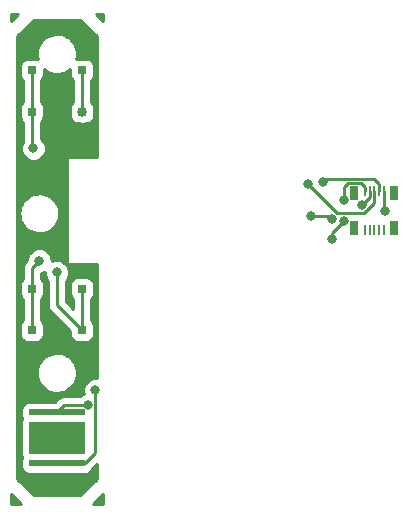
<source format=gbr>
%TF.GenerationSoftware,KiCad,Pcbnew,(5.99.0-2309-gaf729d578)*%
%TF.CreationDate,2020-09-01T21:34:40-04:00*%
%TF.ProjectId,flex,666c6578-2e6b-4696-9361-645f70636258,rev?*%
%TF.SameCoordinates,Original*%
%TF.FileFunction,Copper,L2,Bot*%
%TF.FilePolarity,Positive*%
%FSLAX46Y46*%
G04 Gerber Fmt 4.6, Leading zero omitted, Abs format (unit mm)*
G04 Created by KiCad (PCBNEW (5.99.0-2309-gaf729d578)) date 2020-09-01 21:34:40*
%MOMM*%
%LPD*%
G01*
G04 APERTURE LIST*
%TA.AperFunction,SMDPad,CuDef*%
%ADD10R,0.750000X0.700000*%
%TD*%
%TA.AperFunction,SMDPad,CuDef*%
%ADD11R,0.700000X1.200000*%
%TD*%
%TA.AperFunction,SMDPad,CuDef*%
%ADD12R,0.230000X0.920000*%
%TD*%
%TA.AperFunction,SMDPad,CuDef*%
%ADD13R,4.780000X2.780000*%
%TD*%
%TA.AperFunction,SMDPad,CuDef*%
%ADD14R,4.780000X0.500000*%
%TD*%
%TA.AperFunction,ViaPad*%
%ADD15C,0.800000*%
%TD*%
%TA.AperFunction,Conductor*%
%ADD16C,0.250000*%
%TD*%
%TA.AperFunction,NonConductor*%
%ADD17C,0.254000*%
%TD*%
G04 APERTURE END LIST*
D10*
%TO.P,SW2,2,2*%
%TO.N,GND*%
X252625000Y-38150000D03*
%TO.P,SW2,1,1*%
%TO.N,BUTTON4*%
X256875000Y-38150000D03*
%TO.P,SW2,2,2*%
%TO.N,GND*%
X252625000Y-34650000D03*
%TO.P,SW2,1,1*%
%TO.N,BUTTON4*%
X256875000Y-34650000D03*
%TD*%
%TO.P,SW1,2,2*%
%TO.N,GND*%
X252625000Y-19650000D03*
%TO.P,SW1,1,1*%
%TO.N,BUTTON2*%
X256875000Y-19650000D03*
%TO.P,SW1,2,2*%
%TO.N,GND*%
X252625000Y-16150000D03*
%TO.P,SW1,1,1*%
%TO.N,BUTTON2*%
X256875000Y-16150000D03*
%TD*%
D11*
%TO.P,P1,P2*%
%TO.N,N/C*%
X283320000Y-29511316D03*
%TO.P,P1,P4*%
X283320000Y-26511316D03*
%TO.P,P1,P3*%
X279920000Y-26511316D03*
%TO.P,P1,P1*%
X279920000Y-29511316D03*
D12*
%TO.P,P1,9,9*%
%TO.N,GND*%
X282420000Y-26371316D03*
%TO.P,P1,1,1*%
%TO.N,VIN*%
X280820000Y-26371316D03*
%TO.P,P1,7,7*%
%TO.N,BUTTON4*%
X282020000Y-26371316D03*
%TO.P,P1,3,3*%
%TO.N,FLASHLIGHT*%
X281220000Y-26371316D03*
%TO.P,P1,5,5*%
%TO.N,BUTTON2*%
X281620000Y-26371316D03*
%TO.P,P1,10,10*%
%TO.N,N/C*%
X282420000Y-29651316D03*
%TO.P,P1,2,2*%
X280820000Y-29651316D03*
%TO.P,P1,8,8*%
X282020000Y-29651316D03*
%TO.P,P1,4,4*%
X281220000Y-29651316D03*
%TO.P,P1,6,6*%
X281620000Y-29651316D03*
%TD*%
D13*
%TO.P,D1,*%
%TO.N,*%
X254750000Y-47250000D03*
D14*
%TO.P,D1,2,A*%
%TO.N,Net-(D1-Pad2)*%
X254750000Y-49390000D03*
%TO.P,D1,1,K*%
%TO.N,Net-(D1-Pad1)*%
X254750000Y-45110000D03*
%TD*%
D15*
%TO.N,GND*%
X252750000Y-22750000D03*
X253250000Y-32250000D03*
X276250000Y-28500000D03*
X278000000Y-28750000D03*
%TO.N,BUTTON2*%
X256875000Y-19650000D03*
%TO.N,GND*%
X282559026Y-28029513D03*
%TO.N,BUTTON2*%
X276000000Y-25750000D03*
%TO.N,FLASHLIGHT*%
X280596043Y-27520059D03*
%TO.N,BUTTON4*%
X277250000Y-25561316D03*
X254750000Y-33250000D03*
%TO.N,Net-(D1-Pad2)*%
X258000000Y-43250000D03*
X278000000Y-30461316D03*
%TO.N,Net-(D1-Pad1)*%
X257374990Y-44500000D03*
%TO.N,Net-(D1-Pad2)*%
X279070883Y-28881607D03*
%TO.N,VIN*%
X279070883Y-27141025D03*
%TD*%
D16*
%TO.N,GND*%
X252625000Y-19650000D02*
X252625000Y-22625000D01*
X252625000Y-22625000D02*
X252750000Y-22750000D01*
X252625000Y-34650000D02*
X252625000Y-32875000D01*
X252625000Y-32875000D02*
X253250000Y-32250000D01*
X276250000Y-28500000D02*
X277750000Y-28500000D01*
X277750000Y-28500000D02*
X278000000Y-28750000D01*
X252625000Y-38150000D02*
X252625000Y-34650000D01*
X252625000Y-16150000D02*
X252625000Y-19650000D01*
%TO.N,BUTTON2*%
X256875000Y-19650000D02*
X256875000Y-16150000D01*
X278500000Y-28250000D02*
X276000000Y-25750000D01*
%TO.N,GND*%
X282420000Y-26371316D02*
X282420000Y-27890487D01*
%TO.N,BUTTON2*%
X281620000Y-26371316D02*
X281620000Y-27380000D01*
X281620000Y-27380000D02*
X280750000Y-28250000D01*
X280750000Y-28250000D02*
X278500000Y-28250000D01*
%TO.N,GND*%
X282420000Y-27890487D02*
X282559026Y-28029513D01*
%TO.N,FLASHLIGHT*%
X281220000Y-26371316D02*
X281220000Y-26896102D01*
X281220000Y-26896102D02*
X280596043Y-27520059D01*
%TO.N,BUTTON4*%
X256875000Y-38150000D02*
X256875000Y-34650000D01*
X282020000Y-25791314D02*
X281564989Y-25336304D01*
X281564989Y-25336304D02*
X277475012Y-25336304D01*
X277475012Y-25336304D02*
X277250000Y-25561316D01*
X282020000Y-26371316D02*
X282020000Y-25791314D01*
X254750000Y-33250000D02*
X254750000Y-36025000D01*
X254750000Y-36025000D02*
X256875000Y-38150000D01*
%TO.N,Net-(D1-Pad2)*%
X278000000Y-29952490D02*
X279070883Y-28881607D01*
X258000000Y-48530000D02*
X258000000Y-43250000D01*
%TO.N,Net-(D1-Pad1)*%
X255360000Y-44500000D02*
X257374990Y-44500000D01*
%TO.N,Net-(D1-Pad2)*%
X254750000Y-49390000D02*
X257140000Y-49390000D01*
X257140000Y-49390000D02*
X258000000Y-48530000D01*
%TO.N,Net-(D1-Pad1)*%
X254750000Y-45110000D02*
X255360000Y-44500000D01*
%TO.N,Net-(D1-Pad2)*%
X278000000Y-30461316D02*
X278000000Y-29952490D01*
%TO.N,VIN*%
X280820000Y-26371316D02*
X280820000Y-26320000D01*
X280820000Y-26320000D02*
X280820000Y-26056314D01*
X280820000Y-26056314D02*
X280450001Y-25686315D01*
X280450001Y-25686315D02*
X279389999Y-25686315D01*
X279389999Y-25686315D02*
X279070883Y-26005431D01*
X279070883Y-26005431D02*
X279070883Y-27141025D01*
%TD*%
D17*
X258624000Y-11984987D02*
X258018926Y-11376000D01*
X258624000Y-11376000D01*
X258624000Y-11984987D01*
%TA.AperFunction,NonConductor*%
G36*
X258624000Y-11984987D02*
G01*
X258018926Y-11376000D01*
X258624000Y-11376000D01*
X258624000Y-11984987D01*
G37*
%TD.AperFunction*%
X250876000Y-11984988D02*
X250876000Y-11376000D01*
X251481074Y-11376000D01*
X250876000Y-11984988D01*
%TA.AperFunction,NonConductor*%
G36*
X250876000Y-11984988D02*
G01*
X250876000Y-11376000D01*
X251481074Y-11376000D01*
X250876000Y-11984988D01*
G37*
%TD.AperFunction*%
X258116001Y-13272732D02*
X258116000Y-23453018D01*
X255697021Y-23474465D01*
X255624000Y-23548136D01*
X255624000Y-32463503D01*
X255697809Y-32537312D01*
X258116001Y-32537312D01*
X258116000Y-42214000D01*
X257871938Y-42214000D01*
X257855562Y-42216156D01*
X257608165Y-42282446D01*
X257592905Y-42288767D01*
X257371095Y-42416829D01*
X257357991Y-42426884D01*
X257176884Y-42607991D01*
X257166829Y-42621095D01*
X257038767Y-42842905D01*
X257032446Y-42858165D01*
X256966156Y-43105562D01*
X256964000Y-43121938D01*
X256964000Y-43378062D01*
X256966156Y-43394438D01*
X257001797Y-43527451D01*
X256983155Y-43532446D01*
X256967895Y-43538767D01*
X256746085Y-43666829D01*
X256732981Y-43676884D01*
X256670866Y-43739000D01*
X255304821Y-43739000D01*
X255304809Y-43739001D01*
X255249509Y-43739001D01*
X255229920Y-43742103D01*
X255181805Y-43757737D01*
X255131823Y-43765654D01*
X255112961Y-43771782D01*
X255067873Y-43794755D01*
X255019754Y-43810390D01*
X255002084Y-43819394D01*
X254961150Y-43849134D01*
X254916066Y-43872106D01*
X254900020Y-43883764D01*
X254860404Y-43923381D01*
X254860389Y-43923394D01*
X254565621Y-44218163D01*
X252351742Y-44218163D01*
X252335366Y-44220319D01*
X252056142Y-44295137D01*
X252031662Y-44307880D01*
X251875410Y-44438990D01*
X251861239Y-44455879D01*
X251760641Y-44630120D01*
X251753100Y-44650837D01*
X251719122Y-44843538D01*
X251718163Y-44854499D01*
X251718163Y-45368258D01*
X251720319Y-45384634D01*
X251778027Y-45600006D01*
X251760641Y-45630120D01*
X251753100Y-45650837D01*
X251719122Y-45843538D01*
X251718163Y-45854499D01*
X251718163Y-48648258D01*
X251720319Y-48664634D01*
X251778027Y-48880006D01*
X251760641Y-48910120D01*
X251753100Y-48930837D01*
X251719122Y-49123538D01*
X251718163Y-49134499D01*
X251718163Y-49648258D01*
X251720319Y-49664634D01*
X251795137Y-49943859D01*
X251807880Y-49968339D01*
X251938990Y-50124590D01*
X251955879Y-50138761D01*
X252130120Y-50239359D01*
X252150837Y-50246900D01*
X252343538Y-50280878D01*
X252354499Y-50281837D01*
X257148258Y-50281837D01*
X257164634Y-50279681D01*
X257443859Y-50204863D01*
X257468339Y-50192120D01*
X257624590Y-50061010D01*
X257638761Y-50044121D01*
X257739359Y-49869881D01*
X257741090Y-49865126D01*
X257756407Y-49849809D01*
X257756410Y-49849805D01*
X258116000Y-49490216D01*
X258116000Y-50738585D01*
X256736192Y-52127316D01*
X252763809Y-52127316D01*
X251384000Y-50738586D01*
X251384000Y-41737373D01*
X253060972Y-41737373D01*
X253079167Y-41997572D01*
X253080680Y-42007579D01*
X253140242Y-42261522D01*
X253143336Y-42271159D01*
X253242732Y-42512312D01*
X253247327Y-42521330D01*
X253384000Y-42743490D01*
X253389978Y-42751657D01*
X253560412Y-42949107D01*
X253567619Y-42956214D01*
X253767429Y-43123875D01*
X253775680Y-43129738D01*
X253999725Y-43263296D01*
X254008807Y-43267765D01*
X254251325Y-43363784D01*
X254261004Y-43366743D01*
X254515753Y-43422753D01*
X254525781Y-43424127D01*
X254786208Y-43438687D01*
X254796326Y-43438440D01*
X255055731Y-43411176D01*
X255065680Y-43409314D01*
X255317389Y-43340926D01*
X255326913Y-43337498D01*
X255564450Y-43229745D01*
X255573302Y-43224839D01*
X255790556Y-43080496D01*
X255798510Y-43074236D01*
X255989893Y-42897015D01*
X255996744Y-42889564D01*
X256157329Y-42684025D01*
X256162901Y-42675575D01*
X256288559Y-42447004D01*
X256292708Y-42437772D01*
X256380205Y-42192051D01*
X256382824Y-42182275D01*
X256429969Y-41925401D01*
X256431003Y-41914668D01*
X256434083Y-41620573D01*
X256433274Y-41609821D01*
X256391519Y-41352016D01*
X256389105Y-41342186D01*
X256306773Y-41094687D01*
X256302818Y-41085370D01*
X256181974Y-40854218D01*
X256176581Y-40845653D01*
X256020336Y-40636796D01*
X256013642Y-40629204D01*
X255826014Y-40448013D01*
X255818192Y-40441588D01*
X255604008Y-40292727D01*
X255595261Y-40287636D01*
X255360032Y-40174932D01*
X255350583Y-40171305D01*
X255100361Y-40097662D01*
X255090454Y-40095592D01*
X254831676Y-40062900D01*
X254821565Y-40062441D01*
X254560890Y-40071544D01*
X254550836Y-40072708D01*
X254294969Y-40123371D01*
X254285230Y-40126126D01*
X254040756Y-40217045D01*
X254031583Y-40221323D01*
X253804788Y-40350160D01*
X253796417Y-40355849D01*
X253593139Y-40519288D01*
X253585785Y-40526243D01*
X253411253Y-40720081D01*
X253405106Y-40728121D01*
X253263810Y-40947370D01*
X253259027Y-40956290D01*
X253154602Y-41195308D01*
X253151307Y-41204878D01*
X253086440Y-41457518D01*
X253084717Y-41467492D01*
X253061078Y-41727252D01*
X253060972Y-41737373D01*
X251384000Y-41737373D01*
X251384000Y-34294499D01*
X251608163Y-34294499D01*
X251608163Y-35008258D01*
X251610319Y-35024634D01*
X251685137Y-35303859D01*
X251697880Y-35328339D01*
X251828990Y-35484590D01*
X251845879Y-35498761D01*
X251864001Y-35509224D01*
X251864000Y-37296264D01*
X251765410Y-37378990D01*
X251751239Y-37395879D01*
X251650641Y-37570120D01*
X251643100Y-37590837D01*
X251609122Y-37783538D01*
X251608163Y-37794499D01*
X251608163Y-38508258D01*
X251610319Y-38524634D01*
X251685137Y-38803859D01*
X251697880Y-38828339D01*
X251828990Y-38984590D01*
X251845879Y-38998761D01*
X252020120Y-39099359D01*
X252040837Y-39106900D01*
X252233538Y-39140878D01*
X252244499Y-39141837D01*
X253008258Y-39141837D01*
X253024634Y-39139681D01*
X253303859Y-39064863D01*
X253328339Y-39052120D01*
X253484590Y-38921010D01*
X253498761Y-38904121D01*
X253599359Y-38729880D01*
X253606900Y-38709163D01*
X253640878Y-38516462D01*
X253641837Y-38505501D01*
X253641837Y-37791742D01*
X253639681Y-37775366D01*
X253564863Y-37496142D01*
X253552120Y-37471662D01*
X253421010Y-37315410D01*
X253404121Y-37301238D01*
X253386000Y-37290776D01*
X253386000Y-35503736D01*
X253484590Y-35421010D01*
X253498761Y-35404121D01*
X253599359Y-35229880D01*
X253606900Y-35209163D01*
X253640878Y-35016462D01*
X253641837Y-35005501D01*
X253641837Y-34291742D01*
X253639681Y-34275366D01*
X253564863Y-33996142D01*
X253552120Y-33971662D01*
X253421010Y-33815410D01*
X253404121Y-33801238D01*
X253386000Y-33790776D01*
X253386000Y-33284955D01*
X253394438Y-33283844D01*
X253641835Y-33217554D01*
X253657095Y-33211233D01*
X253714000Y-33178379D01*
X253714000Y-33378062D01*
X253716156Y-33394438D01*
X253782446Y-33641835D01*
X253788767Y-33657095D01*
X253916829Y-33878905D01*
X253926884Y-33892009D01*
X253989000Y-33954124D01*
X253989001Y-35924427D01*
X253989001Y-36135489D01*
X253992104Y-36155078D01*
X254007739Y-36203198D01*
X254015654Y-36253177D01*
X254021783Y-36272040D01*
X254044753Y-36317118D01*
X254060389Y-36365243D01*
X254069393Y-36382915D01*
X254099138Y-36423856D01*
X254122108Y-36468935D01*
X254133765Y-36484980D01*
X254176556Y-36527770D01*
X255858163Y-38209378D01*
X255858163Y-38508258D01*
X255860319Y-38524634D01*
X255935137Y-38803859D01*
X255947880Y-38828339D01*
X256078990Y-38984590D01*
X256095879Y-38998761D01*
X256270120Y-39099359D01*
X256290837Y-39106900D01*
X256483538Y-39140878D01*
X256494499Y-39141837D01*
X257258258Y-39141837D01*
X257274634Y-39139681D01*
X257553859Y-39064863D01*
X257578339Y-39052120D01*
X257734590Y-38921010D01*
X257748761Y-38904121D01*
X257849359Y-38729880D01*
X257856900Y-38709163D01*
X257890878Y-38516462D01*
X257891837Y-38505501D01*
X257891837Y-37791742D01*
X257889681Y-37775366D01*
X257814863Y-37496142D01*
X257802120Y-37471662D01*
X257671010Y-37315410D01*
X257654121Y-37301238D01*
X257636000Y-37290776D01*
X257636000Y-35503736D01*
X257734590Y-35421010D01*
X257748761Y-35404121D01*
X257849359Y-35229880D01*
X257856900Y-35209163D01*
X257890878Y-35016462D01*
X257891837Y-35005501D01*
X257891837Y-34291742D01*
X257889681Y-34275366D01*
X257814863Y-33996142D01*
X257802120Y-33971662D01*
X257671010Y-33815410D01*
X257654121Y-33801239D01*
X257479880Y-33700641D01*
X257459163Y-33693100D01*
X257266462Y-33659122D01*
X257255501Y-33658163D01*
X256491742Y-33658163D01*
X256475366Y-33660319D01*
X256196142Y-33735137D01*
X256171662Y-33747880D01*
X256015410Y-33878990D01*
X256001239Y-33895879D01*
X255900641Y-34070120D01*
X255893100Y-34090837D01*
X255859122Y-34283538D01*
X255858163Y-34294499D01*
X255858163Y-35008258D01*
X255860319Y-35024634D01*
X255935137Y-35303859D01*
X255947880Y-35328339D01*
X256078990Y-35484590D01*
X256095879Y-35498761D01*
X256114001Y-35509224D01*
X256114000Y-36312786D01*
X255511000Y-35709786D01*
X255511000Y-33954124D01*
X255573116Y-33892009D01*
X255583171Y-33878905D01*
X255711233Y-33657095D01*
X255717554Y-33641835D01*
X255783844Y-33394438D01*
X255786000Y-33378062D01*
X255786000Y-33121938D01*
X255783844Y-33105562D01*
X255717554Y-32858165D01*
X255711233Y-32842905D01*
X255583171Y-32621095D01*
X255573116Y-32607991D01*
X255392009Y-32426884D01*
X255378905Y-32416829D01*
X255157095Y-32288767D01*
X255141835Y-32282446D01*
X254894438Y-32216156D01*
X254878062Y-32214000D01*
X254621938Y-32214000D01*
X254605562Y-32216156D01*
X254358165Y-32282446D01*
X254342905Y-32288767D01*
X254286000Y-32321621D01*
X254286000Y-32121938D01*
X254283844Y-32105562D01*
X254217554Y-31858165D01*
X254211233Y-31842905D01*
X254083171Y-31621095D01*
X254073116Y-31607991D01*
X253892009Y-31426884D01*
X253878905Y-31416829D01*
X253657095Y-31288767D01*
X253641835Y-31282446D01*
X253394438Y-31216156D01*
X253378062Y-31214000D01*
X253121938Y-31214000D01*
X253105562Y-31216156D01*
X252858165Y-31282446D01*
X252842905Y-31288767D01*
X252621095Y-31416829D01*
X252607991Y-31426884D01*
X252426884Y-31607991D01*
X252416829Y-31621095D01*
X252288767Y-31842905D01*
X252282446Y-31858165D01*
X252216156Y-32105562D01*
X252214000Y-32121938D01*
X252214000Y-32209785D01*
X252098477Y-32325307D01*
X252098477Y-32325308D01*
X252008765Y-32415020D01*
X251997108Y-32431065D01*
X251974138Y-32476144D01*
X251944393Y-32517085D01*
X251935389Y-32534757D01*
X251919753Y-32582882D01*
X251896783Y-32627960D01*
X251890654Y-32646823D01*
X251882739Y-32696801D01*
X251867103Y-32744922D01*
X251864001Y-32764511D01*
X251864001Y-32825026D01*
X251864000Y-33796264D01*
X251765410Y-33878990D01*
X251751239Y-33895879D01*
X251650641Y-34070120D01*
X251643100Y-34090837D01*
X251609122Y-34283538D01*
X251608163Y-34294499D01*
X251384000Y-34294499D01*
X251384000Y-28237373D01*
X251560972Y-28237373D01*
X251579167Y-28497572D01*
X251580680Y-28507579D01*
X251640242Y-28761522D01*
X251643336Y-28771159D01*
X251742732Y-29012312D01*
X251747327Y-29021330D01*
X251884000Y-29243490D01*
X251889978Y-29251657D01*
X252060412Y-29449107D01*
X252067619Y-29456214D01*
X252267429Y-29623875D01*
X252275680Y-29629738D01*
X252499725Y-29763296D01*
X252508807Y-29767765D01*
X252751325Y-29863784D01*
X252761004Y-29866743D01*
X253015753Y-29922753D01*
X253025781Y-29924127D01*
X253286208Y-29938687D01*
X253296326Y-29938440D01*
X253555731Y-29911176D01*
X253565680Y-29909314D01*
X253817389Y-29840926D01*
X253826913Y-29837498D01*
X254064450Y-29729745D01*
X254073302Y-29724839D01*
X254290556Y-29580496D01*
X254298510Y-29574236D01*
X254489893Y-29397015D01*
X254496744Y-29389564D01*
X254657329Y-29184025D01*
X254662901Y-29175575D01*
X254788559Y-28947004D01*
X254792708Y-28937772D01*
X254880205Y-28692051D01*
X254882824Y-28682275D01*
X254929969Y-28425401D01*
X254931003Y-28414668D01*
X254934083Y-28120573D01*
X254933274Y-28109821D01*
X254891519Y-27852016D01*
X254889105Y-27842186D01*
X254806773Y-27594687D01*
X254802818Y-27585370D01*
X254681974Y-27354218D01*
X254676581Y-27345653D01*
X254520336Y-27136796D01*
X254513642Y-27129204D01*
X254326014Y-26948013D01*
X254318192Y-26941588D01*
X254104008Y-26792727D01*
X254095261Y-26787636D01*
X253860032Y-26674932D01*
X253850583Y-26671305D01*
X253600361Y-26597662D01*
X253590454Y-26595592D01*
X253331676Y-26562900D01*
X253321565Y-26562441D01*
X253060890Y-26571544D01*
X253050836Y-26572708D01*
X252794969Y-26623371D01*
X252785230Y-26626126D01*
X252540756Y-26717045D01*
X252531583Y-26721323D01*
X252304788Y-26850160D01*
X252296417Y-26855849D01*
X252093139Y-27019288D01*
X252085785Y-27026243D01*
X251911253Y-27220081D01*
X251905106Y-27228121D01*
X251763810Y-27447370D01*
X251759027Y-27456290D01*
X251654602Y-27695308D01*
X251651307Y-27704878D01*
X251586440Y-27957518D01*
X251584717Y-27967492D01*
X251561078Y-28227252D01*
X251560972Y-28237373D01*
X251384000Y-28237373D01*
X251384000Y-15794499D01*
X251608163Y-15794499D01*
X251608163Y-16508258D01*
X251610319Y-16524634D01*
X251685137Y-16803859D01*
X251697880Y-16828339D01*
X251828990Y-16984590D01*
X251845880Y-16998762D01*
X251864000Y-17009223D01*
X251864001Y-18796263D01*
X251765410Y-18878990D01*
X251751239Y-18895879D01*
X251650641Y-19070120D01*
X251643100Y-19090837D01*
X251609122Y-19283538D01*
X251608163Y-19294499D01*
X251608163Y-20008258D01*
X251610319Y-20024634D01*
X251685137Y-20303859D01*
X251697880Y-20328339D01*
X251828990Y-20484590D01*
X251845880Y-20498762D01*
X251864000Y-20509223D01*
X251864001Y-22212596D01*
X251788767Y-22342905D01*
X251782446Y-22358165D01*
X251716156Y-22605562D01*
X251714000Y-22621938D01*
X251714000Y-22878062D01*
X251716156Y-22894438D01*
X251782446Y-23141835D01*
X251788767Y-23157095D01*
X251916829Y-23378905D01*
X251926884Y-23392009D01*
X252107991Y-23573116D01*
X252121095Y-23583171D01*
X252342905Y-23711233D01*
X252358165Y-23717554D01*
X252605562Y-23783844D01*
X252621938Y-23786000D01*
X252878062Y-23786000D01*
X252894438Y-23783844D01*
X253141835Y-23717554D01*
X253157095Y-23711233D01*
X253378905Y-23583171D01*
X253392009Y-23573116D01*
X253573116Y-23392009D01*
X253583171Y-23378905D01*
X253711233Y-23157095D01*
X253717554Y-23141835D01*
X253783844Y-22894438D01*
X253786000Y-22878062D01*
X253786000Y-22621938D01*
X253783844Y-22605562D01*
X253717554Y-22358165D01*
X253711233Y-22342905D01*
X253583171Y-22121095D01*
X253573116Y-22107991D01*
X253392009Y-21926884D01*
X253386000Y-21922273D01*
X253386000Y-20503736D01*
X253484590Y-20421010D01*
X253498761Y-20404121D01*
X253599359Y-20229880D01*
X253606900Y-20209163D01*
X253640878Y-20016462D01*
X253641837Y-20005501D01*
X253641837Y-19291742D01*
X253639681Y-19275366D01*
X253564863Y-18996142D01*
X253552120Y-18971662D01*
X253421010Y-18815410D01*
X253404121Y-18801238D01*
X253386000Y-18790776D01*
X253386000Y-17003736D01*
X253484590Y-16921010D01*
X253498761Y-16904121D01*
X253599359Y-16729880D01*
X253606900Y-16709163D01*
X253640878Y-16516462D01*
X253641837Y-16505501D01*
X253641837Y-16018490D01*
X253767429Y-16123875D01*
X253775680Y-16129738D01*
X253999725Y-16263296D01*
X254008807Y-16267765D01*
X254251325Y-16363784D01*
X254261004Y-16366743D01*
X254515753Y-16422753D01*
X254525781Y-16424127D01*
X254786208Y-16438687D01*
X254796326Y-16438440D01*
X255055731Y-16411176D01*
X255065680Y-16409314D01*
X255317389Y-16340926D01*
X255326913Y-16337498D01*
X255564450Y-16229745D01*
X255573302Y-16224839D01*
X255790556Y-16080496D01*
X255798510Y-16074236D01*
X255858163Y-16018997D01*
X255858163Y-16508258D01*
X255860319Y-16524634D01*
X255935137Y-16803859D01*
X255947880Y-16828339D01*
X256078990Y-16984590D01*
X256095879Y-16998761D01*
X256114001Y-17009224D01*
X256114000Y-18796264D01*
X256015410Y-18878990D01*
X256001239Y-18895879D01*
X255900641Y-19070120D01*
X255893100Y-19090837D01*
X255859122Y-19283538D01*
X255858163Y-19294499D01*
X255858163Y-19442090D01*
X255841156Y-19505562D01*
X255839000Y-19521937D01*
X255839000Y-19778063D01*
X255841156Y-19794438D01*
X255858163Y-19857910D01*
X255858163Y-20008258D01*
X255860319Y-20024634D01*
X255935137Y-20303859D01*
X255947880Y-20328339D01*
X256078990Y-20484590D01*
X256095879Y-20498761D01*
X256270120Y-20599359D01*
X256290837Y-20606900D01*
X256483538Y-20640878D01*
X256494499Y-20641837D01*
X256573789Y-20641837D01*
X256730562Y-20683844D01*
X256746937Y-20686000D01*
X257003063Y-20686000D01*
X257019438Y-20683844D01*
X257176211Y-20641837D01*
X257258258Y-20641837D01*
X257274634Y-20639681D01*
X257553859Y-20564863D01*
X257578339Y-20552120D01*
X257734590Y-20421010D01*
X257748761Y-20404121D01*
X257849359Y-20229880D01*
X257856900Y-20209163D01*
X257890878Y-20016462D01*
X257891837Y-20005501D01*
X257891837Y-19857910D01*
X257908844Y-19794438D01*
X257911000Y-19778063D01*
X257911000Y-19521937D01*
X257908844Y-19505562D01*
X257891837Y-19442090D01*
X257891837Y-19291742D01*
X257889681Y-19275366D01*
X257814863Y-18996142D01*
X257802120Y-18971662D01*
X257671010Y-18815410D01*
X257654121Y-18801238D01*
X257636000Y-18790776D01*
X257636000Y-17003736D01*
X257734590Y-16921010D01*
X257748761Y-16904121D01*
X257849359Y-16729880D01*
X257856900Y-16709163D01*
X257890878Y-16516462D01*
X257891837Y-16505501D01*
X257891837Y-15791742D01*
X257889681Y-15775366D01*
X257814863Y-15496142D01*
X257802120Y-15471662D01*
X257671010Y-15315410D01*
X257654121Y-15301239D01*
X257479880Y-15200641D01*
X257459163Y-15193100D01*
X257266462Y-15159122D01*
X257255501Y-15158163D01*
X256491742Y-15158163D01*
X256475366Y-15160319D01*
X256382004Y-15185335D01*
X256382824Y-15182275D01*
X256429969Y-14925401D01*
X256431003Y-14914668D01*
X256434083Y-14620573D01*
X256433274Y-14609821D01*
X256391519Y-14352016D01*
X256389105Y-14342186D01*
X256306773Y-14094687D01*
X256302818Y-14085370D01*
X256181974Y-13854218D01*
X256176581Y-13845653D01*
X256020336Y-13636796D01*
X256013642Y-13629204D01*
X255826014Y-13448013D01*
X255818192Y-13441588D01*
X255604008Y-13292727D01*
X255595261Y-13287636D01*
X255360032Y-13174932D01*
X255350583Y-13171305D01*
X255100361Y-13097662D01*
X255090454Y-13095592D01*
X254831676Y-13062900D01*
X254821565Y-13062441D01*
X254560890Y-13071544D01*
X254550836Y-13072708D01*
X254294969Y-13123371D01*
X254285230Y-13126126D01*
X254040756Y-13217045D01*
X254031583Y-13221323D01*
X253804788Y-13350160D01*
X253796417Y-13355849D01*
X253593139Y-13519288D01*
X253585785Y-13526243D01*
X253411253Y-13720081D01*
X253405106Y-13728121D01*
X253263810Y-13947370D01*
X253259027Y-13956290D01*
X253154602Y-14195308D01*
X253151307Y-14204878D01*
X253086440Y-14457518D01*
X253084717Y-14467492D01*
X253061078Y-14727252D01*
X253060972Y-14737373D01*
X253079167Y-14997572D01*
X253080680Y-15007579D01*
X253120528Y-15177471D01*
X253016462Y-15159122D01*
X253005501Y-15158163D01*
X252241742Y-15158163D01*
X252225366Y-15160319D01*
X251946142Y-15235137D01*
X251921662Y-15247880D01*
X251765410Y-15378990D01*
X251751239Y-15395879D01*
X251650641Y-15570120D01*
X251643100Y-15590837D01*
X251609122Y-15783538D01*
X251608163Y-15794499D01*
X251384000Y-15794499D01*
X251384000Y-13272730D01*
X252763809Y-11884000D01*
X256736192Y-11884000D01*
X258116001Y-13272732D01*
%TA.AperFunction,NonConductor*%
G36*
X258116001Y-13272732D02*
G01*
X258116000Y-23453018D01*
X255697021Y-23474465D01*
X255624000Y-23548136D01*
X255624000Y-32463503D01*
X255697809Y-32537312D01*
X258116001Y-32537312D01*
X258116000Y-42214000D01*
X257871938Y-42214000D01*
X257855562Y-42216156D01*
X257608165Y-42282446D01*
X257592905Y-42288767D01*
X257371095Y-42416829D01*
X257357991Y-42426884D01*
X257176884Y-42607991D01*
X257166829Y-42621095D01*
X257038767Y-42842905D01*
X257032446Y-42858165D01*
X256966156Y-43105562D01*
X256964000Y-43121938D01*
X256964000Y-43378062D01*
X256966156Y-43394438D01*
X257001797Y-43527451D01*
X256983155Y-43532446D01*
X256967895Y-43538767D01*
X256746085Y-43666829D01*
X256732981Y-43676884D01*
X256670866Y-43739000D01*
X255304821Y-43739000D01*
X255304809Y-43739001D01*
X255249509Y-43739001D01*
X255229920Y-43742103D01*
X255181805Y-43757737D01*
X255131823Y-43765654D01*
X255112961Y-43771782D01*
X255067873Y-43794755D01*
X255019754Y-43810390D01*
X255002084Y-43819394D01*
X254961150Y-43849134D01*
X254916066Y-43872106D01*
X254900020Y-43883764D01*
X254860404Y-43923381D01*
X254860389Y-43923394D01*
X254565621Y-44218163D01*
X252351742Y-44218163D01*
X252335366Y-44220319D01*
X252056142Y-44295137D01*
X252031662Y-44307880D01*
X251875410Y-44438990D01*
X251861239Y-44455879D01*
X251760641Y-44630120D01*
X251753100Y-44650837D01*
X251719122Y-44843538D01*
X251718163Y-44854499D01*
X251718163Y-45368258D01*
X251720319Y-45384634D01*
X251778027Y-45600006D01*
X251760641Y-45630120D01*
X251753100Y-45650837D01*
X251719122Y-45843538D01*
X251718163Y-45854499D01*
X251718163Y-48648258D01*
X251720319Y-48664634D01*
X251778027Y-48880006D01*
X251760641Y-48910120D01*
X251753100Y-48930837D01*
X251719122Y-49123538D01*
X251718163Y-49134499D01*
X251718163Y-49648258D01*
X251720319Y-49664634D01*
X251795137Y-49943859D01*
X251807880Y-49968339D01*
X251938990Y-50124590D01*
X251955879Y-50138761D01*
X252130120Y-50239359D01*
X252150837Y-50246900D01*
X252343538Y-50280878D01*
X252354499Y-50281837D01*
X257148258Y-50281837D01*
X257164634Y-50279681D01*
X257443859Y-50204863D01*
X257468339Y-50192120D01*
X257624590Y-50061010D01*
X257638761Y-50044121D01*
X257739359Y-49869881D01*
X257741090Y-49865126D01*
X257756407Y-49849809D01*
X257756410Y-49849805D01*
X258116000Y-49490216D01*
X258116000Y-50738585D01*
X256736192Y-52127316D01*
X252763809Y-52127316D01*
X251384000Y-50738586D01*
X251384000Y-41737373D01*
X253060972Y-41737373D01*
X253079167Y-41997572D01*
X253080680Y-42007579D01*
X253140242Y-42261522D01*
X253143336Y-42271159D01*
X253242732Y-42512312D01*
X253247327Y-42521330D01*
X253384000Y-42743490D01*
X253389978Y-42751657D01*
X253560412Y-42949107D01*
X253567619Y-42956214D01*
X253767429Y-43123875D01*
X253775680Y-43129738D01*
X253999725Y-43263296D01*
X254008807Y-43267765D01*
X254251325Y-43363784D01*
X254261004Y-43366743D01*
X254515753Y-43422753D01*
X254525781Y-43424127D01*
X254786208Y-43438687D01*
X254796326Y-43438440D01*
X255055731Y-43411176D01*
X255065680Y-43409314D01*
X255317389Y-43340926D01*
X255326913Y-43337498D01*
X255564450Y-43229745D01*
X255573302Y-43224839D01*
X255790556Y-43080496D01*
X255798510Y-43074236D01*
X255989893Y-42897015D01*
X255996744Y-42889564D01*
X256157329Y-42684025D01*
X256162901Y-42675575D01*
X256288559Y-42447004D01*
X256292708Y-42437772D01*
X256380205Y-42192051D01*
X256382824Y-42182275D01*
X256429969Y-41925401D01*
X256431003Y-41914668D01*
X256434083Y-41620573D01*
X256433274Y-41609821D01*
X256391519Y-41352016D01*
X256389105Y-41342186D01*
X256306773Y-41094687D01*
X256302818Y-41085370D01*
X256181974Y-40854218D01*
X256176581Y-40845653D01*
X256020336Y-40636796D01*
X256013642Y-40629204D01*
X255826014Y-40448013D01*
X255818192Y-40441588D01*
X255604008Y-40292727D01*
X255595261Y-40287636D01*
X255360032Y-40174932D01*
X255350583Y-40171305D01*
X255100361Y-40097662D01*
X255090454Y-40095592D01*
X254831676Y-40062900D01*
X254821565Y-40062441D01*
X254560890Y-40071544D01*
X254550836Y-40072708D01*
X254294969Y-40123371D01*
X254285230Y-40126126D01*
X254040756Y-40217045D01*
X254031583Y-40221323D01*
X253804788Y-40350160D01*
X253796417Y-40355849D01*
X253593139Y-40519288D01*
X253585785Y-40526243D01*
X253411253Y-40720081D01*
X253405106Y-40728121D01*
X253263810Y-40947370D01*
X253259027Y-40956290D01*
X253154602Y-41195308D01*
X253151307Y-41204878D01*
X253086440Y-41457518D01*
X253084717Y-41467492D01*
X253061078Y-41727252D01*
X253060972Y-41737373D01*
X251384000Y-41737373D01*
X251384000Y-34294499D01*
X251608163Y-34294499D01*
X251608163Y-35008258D01*
X251610319Y-35024634D01*
X251685137Y-35303859D01*
X251697880Y-35328339D01*
X251828990Y-35484590D01*
X251845879Y-35498761D01*
X251864001Y-35509224D01*
X251864000Y-37296264D01*
X251765410Y-37378990D01*
X251751239Y-37395879D01*
X251650641Y-37570120D01*
X251643100Y-37590837D01*
X251609122Y-37783538D01*
X251608163Y-37794499D01*
X251608163Y-38508258D01*
X251610319Y-38524634D01*
X251685137Y-38803859D01*
X251697880Y-38828339D01*
X251828990Y-38984590D01*
X251845879Y-38998761D01*
X252020120Y-39099359D01*
X252040837Y-39106900D01*
X252233538Y-39140878D01*
X252244499Y-39141837D01*
X253008258Y-39141837D01*
X253024634Y-39139681D01*
X253303859Y-39064863D01*
X253328339Y-39052120D01*
X253484590Y-38921010D01*
X253498761Y-38904121D01*
X253599359Y-38729880D01*
X253606900Y-38709163D01*
X253640878Y-38516462D01*
X253641837Y-38505501D01*
X253641837Y-37791742D01*
X253639681Y-37775366D01*
X253564863Y-37496142D01*
X253552120Y-37471662D01*
X253421010Y-37315410D01*
X253404121Y-37301238D01*
X253386000Y-37290776D01*
X253386000Y-35503736D01*
X253484590Y-35421010D01*
X253498761Y-35404121D01*
X253599359Y-35229880D01*
X253606900Y-35209163D01*
X253640878Y-35016462D01*
X253641837Y-35005501D01*
X253641837Y-34291742D01*
X253639681Y-34275366D01*
X253564863Y-33996142D01*
X253552120Y-33971662D01*
X253421010Y-33815410D01*
X253404121Y-33801238D01*
X253386000Y-33790776D01*
X253386000Y-33284955D01*
X253394438Y-33283844D01*
X253641835Y-33217554D01*
X253657095Y-33211233D01*
X253714000Y-33178379D01*
X253714000Y-33378062D01*
X253716156Y-33394438D01*
X253782446Y-33641835D01*
X253788767Y-33657095D01*
X253916829Y-33878905D01*
X253926884Y-33892009D01*
X253989000Y-33954124D01*
X253989001Y-35924427D01*
X253989001Y-36135489D01*
X253992104Y-36155078D01*
X254007739Y-36203198D01*
X254015654Y-36253177D01*
X254021783Y-36272040D01*
X254044753Y-36317118D01*
X254060389Y-36365243D01*
X254069393Y-36382915D01*
X254099138Y-36423856D01*
X254122108Y-36468935D01*
X254133765Y-36484980D01*
X254176556Y-36527770D01*
X255858163Y-38209378D01*
X255858163Y-38508258D01*
X255860319Y-38524634D01*
X255935137Y-38803859D01*
X255947880Y-38828339D01*
X256078990Y-38984590D01*
X256095879Y-38998761D01*
X256270120Y-39099359D01*
X256290837Y-39106900D01*
X256483538Y-39140878D01*
X256494499Y-39141837D01*
X257258258Y-39141837D01*
X257274634Y-39139681D01*
X257553859Y-39064863D01*
X257578339Y-39052120D01*
X257734590Y-38921010D01*
X257748761Y-38904121D01*
X257849359Y-38729880D01*
X257856900Y-38709163D01*
X257890878Y-38516462D01*
X257891837Y-38505501D01*
X257891837Y-37791742D01*
X257889681Y-37775366D01*
X257814863Y-37496142D01*
X257802120Y-37471662D01*
X257671010Y-37315410D01*
X257654121Y-37301238D01*
X257636000Y-37290776D01*
X257636000Y-35503736D01*
X257734590Y-35421010D01*
X257748761Y-35404121D01*
X257849359Y-35229880D01*
X257856900Y-35209163D01*
X257890878Y-35016462D01*
X257891837Y-35005501D01*
X257891837Y-34291742D01*
X257889681Y-34275366D01*
X257814863Y-33996142D01*
X257802120Y-33971662D01*
X257671010Y-33815410D01*
X257654121Y-33801239D01*
X257479880Y-33700641D01*
X257459163Y-33693100D01*
X257266462Y-33659122D01*
X257255501Y-33658163D01*
X256491742Y-33658163D01*
X256475366Y-33660319D01*
X256196142Y-33735137D01*
X256171662Y-33747880D01*
X256015410Y-33878990D01*
X256001239Y-33895879D01*
X255900641Y-34070120D01*
X255893100Y-34090837D01*
X255859122Y-34283538D01*
X255858163Y-34294499D01*
X255858163Y-35008258D01*
X255860319Y-35024634D01*
X255935137Y-35303859D01*
X255947880Y-35328339D01*
X256078990Y-35484590D01*
X256095879Y-35498761D01*
X256114001Y-35509224D01*
X256114000Y-36312786D01*
X255511000Y-35709786D01*
X255511000Y-33954124D01*
X255573116Y-33892009D01*
X255583171Y-33878905D01*
X255711233Y-33657095D01*
X255717554Y-33641835D01*
X255783844Y-33394438D01*
X255786000Y-33378062D01*
X255786000Y-33121938D01*
X255783844Y-33105562D01*
X255717554Y-32858165D01*
X255711233Y-32842905D01*
X255583171Y-32621095D01*
X255573116Y-32607991D01*
X255392009Y-32426884D01*
X255378905Y-32416829D01*
X255157095Y-32288767D01*
X255141835Y-32282446D01*
X254894438Y-32216156D01*
X254878062Y-32214000D01*
X254621938Y-32214000D01*
X254605562Y-32216156D01*
X254358165Y-32282446D01*
X254342905Y-32288767D01*
X254286000Y-32321621D01*
X254286000Y-32121938D01*
X254283844Y-32105562D01*
X254217554Y-31858165D01*
X254211233Y-31842905D01*
X254083171Y-31621095D01*
X254073116Y-31607991D01*
X253892009Y-31426884D01*
X253878905Y-31416829D01*
X253657095Y-31288767D01*
X253641835Y-31282446D01*
X253394438Y-31216156D01*
X253378062Y-31214000D01*
X253121938Y-31214000D01*
X253105562Y-31216156D01*
X252858165Y-31282446D01*
X252842905Y-31288767D01*
X252621095Y-31416829D01*
X252607991Y-31426884D01*
X252426884Y-31607991D01*
X252416829Y-31621095D01*
X252288767Y-31842905D01*
X252282446Y-31858165D01*
X252216156Y-32105562D01*
X252214000Y-32121938D01*
X252214000Y-32209785D01*
X252098477Y-32325307D01*
X252098477Y-32325308D01*
X252008765Y-32415020D01*
X251997108Y-32431065D01*
X251974138Y-32476144D01*
X251944393Y-32517085D01*
X251935389Y-32534757D01*
X251919753Y-32582882D01*
X251896783Y-32627960D01*
X251890654Y-32646823D01*
X251882739Y-32696801D01*
X251867103Y-32744922D01*
X251864001Y-32764511D01*
X251864001Y-32825026D01*
X251864000Y-33796264D01*
X251765410Y-33878990D01*
X251751239Y-33895879D01*
X251650641Y-34070120D01*
X251643100Y-34090837D01*
X251609122Y-34283538D01*
X251608163Y-34294499D01*
X251384000Y-34294499D01*
X251384000Y-28237373D01*
X251560972Y-28237373D01*
X251579167Y-28497572D01*
X251580680Y-28507579D01*
X251640242Y-28761522D01*
X251643336Y-28771159D01*
X251742732Y-29012312D01*
X251747327Y-29021330D01*
X251884000Y-29243490D01*
X251889978Y-29251657D01*
X252060412Y-29449107D01*
X252067619Y-29456214D01*
X252267429Y-29623875D01*
X252275680Y-29629738D01*
X252499725Y-29763296D01*
X252508807Y-29767765D01*
X252751325Y-29863784D01*
X252761004Y-29866743D01*
X253015753Y-29922753D01*
X253025781Y-29924127D01*
X253286208Y-29938687D01*
X253296326Y-29938440D01*
X253555731Y-29911176D01*
X253565680Y-29909314D01*
X253817389Y-29840926D01*
X253826913Y-29837498D01*
X254064450Y-29729745D01*
X254073302Y-29724839D01*
X254290556Y-29580496D01*
X254298510Y-29574236D01*
X254489893Y-29397015D01*
X254496744Y-29389564D01*
X254657329Y-29184025D01*
X254662901Y-29175575D01*
X254788559Y-28947004D01*
X254792708Y-28937772D01*
X254880205Y-28692051D01*
X254882824Y-28682275D01*
X254929969Y-28425401D01*
X254931003Y-28414668D01*
X254934083Y-28120573D01*
X254933274Y-28109821D01*
X254891519Y-27852016D01*
X254889105Y-27842186D01*
X254806773Y-27594687D01*
X254802818Y-27585370D01*
X254681974Y-27354218D01*
X254676581Y-27345653D01*
X254520336Y-27136796D01*
X254513642Y-27129204D01*
X254326014Y-26948013D01*
X254318192Y-26941588D01*
X254104008Y-26792727D01*
X254095261Y-26787636D01*
X253860032Y-26674932D01*
X253850583Y-26671305D01*
X253600361Y-26597662D01*
X253590454Y-26595592D01*
X253331676Y-26562900D01*
X253321565Y-26562441D01*
X253060890Y-26571544D01*
X253050836Y-26572708D01*
X252794969Y-26623371D01*
X252785230Y-26626126D01*
X252540756Y-26717045D01*
X252531583Y-26721323D01*
X252304788Y-26850160D01*
X252296417Y-26855849D01*
X252093139Y-27019288D01*
X252085785Y-27026243D01*
X251911253Y-27220081D01*
X251905106Y-27228121D01*
X251763810Y-27447370D01*
X251759027Y-27456290D01*
X251654602Y-27695308D01*
X251651307Y-27704878D01*
X251586440Y-27957518D01*
X251584717Y-27967492D01*
X251561078Y-28227252D01*
X251560972Y-28237373D01*
X251384000Y-28237373D01*
X251384000Y-15794499D01*
X251608163Y-15794499D01*
X251608163Y-16508258D01*
X251610319Y-16524634D01*
X251685137Y-16803859D01*
X251697880Y-16828339D01*
X251828990Y-16984590D01*
X251845880Y-16998762D01*
X251864000Y-17009223D01*
X251864001Y-18796263D01*
X251765410Y-18878990D01*
X251751239Y-18895879D01*
X251650641Y-19070120D01*
X251643100Y-19090837D01*
X251609122Y-19283538D01*
X251608163Y-19294499D01*
X251608163Y-20008258D01*
X251610319Y-20024634D01*
X251685137Y-20303859D01*
X251697880Y-20328339D01*
X251828990Y-20484590D01*
X251845880Y-20498762D01*
X251864000Y-20509223D01*
X251864001Y-22212596D01*
X251788767Y-22342905D01*
X251782446Y-22358165D01*
X251716156Y-22605562D01*
X251714000Y-22621938D01*
X251714000Y-22878062D01*
X251716156Y-22894438D01*
X251782446Y-23141835D01*
X251788767Y-23157095D01*
X251916829Y-23378905D01*
X251926884Y-23392009D01*
X252107991Y-23573116D01*
X252121095Y-23583171D01*
X252342905Y-23711233D01*
X252358165Y-23717554D01*
X252605562Y-23783844D01*
X252621938Y-23786000D01*
X252878062Y-23786000D01*
X252894438Y-23783844D01*
X253141835Y-23717554D01*
X253157095Y-23711233D01*
X253378905Y-23583171D01*
X253392009Y-23573116D01*
X253573116Y-23392009D01*
X253583171Y-23378905D01*
X253711233Y-23157095D01*
X253717554Y-23141835D01*
X253783844Y-22894438D01*
X253786000Y-22878062D01*
X253786000Y-22621938D01*
X253783844Y-22605562D01*
X253717554Y-22358165D01*
X253711233Y-22342905D01*
X253583171Y-22121095D01*
X253573116Y-22107991D01*
X253392009Y-21926884D01*
X253386000Y-21922273D01*
X253386000Y-20503736D01*
X253484590Y-20421010D01*
X253498761Y-20404121D01*
X253599359Y-20229880D01*
X253606900Y-20209163D01*
X253640878Y-20016462D01*
X253641837Y-20005501D01*
X253641837Y-19291742D01*
X253639681Y-19275366D01*
X253564863Y-18996142D01*
X253552120Y-18971662D01*
X253421010Y-18815410D01*
X253404121Y-18801238D01*
X253386000Y-18790776D01*
X253386000Y-17003736D01*
X253484590Y-16921010D01*
X253498761Y-16904121D01*
X253599359Y-16729880D01*
X253606900Y-16709163D01*
X253640878Y-16516462D01*
X253641837Y-16505501D01*
X253641837Y-16018490D01*
X253767429Y-16123875D01*
X253775680Y-16129738D01*
X253999725Y-16263296D01*
X254008807Y-16267765D01*
X254251325Y-16363784D01*
X254261004Y-16366743D01*
X254515753Y-16422753D01*
X254525781Y-16424127D01*
X254786208Y-16438687D01*
X254796326Y-16438440D01*
X255055731Y-16411176D01*
X255065680Y-16409314D01*
X255317389Y-16340926D01*
X255326913Y-16337498D01*
X255564450Y-16229745D01*
X255573302Y-16224839D01*
X255790556Y-16080496D01*
X255798510Y-16074236D01*
X255858163Y-16018997D01*
X255858163Y-16508258D01*
X255860319Y-16524634D01*
X255935137Y-16803859D01*
X255947880Y-16828339D01*
X256078990Y-16984590D01*
X256095879Y-16998761D01*
X256114001Y-17009224D01*
X256114000Y-18796264D01*
X256015410Y-18878990D01*
X256001239Y-18895879D01*
X255900641Y-19070120D01*
X255893100Y-19090837D01*
X255859122Y-19283538D01*
X255858163Y-19294499D01*
X255858163Y-19442090D01*
X255841156Y-19505562D01*
X255839000Y-19521937D01*
X255839000Y-19778063D01*
X255841156Y-19794438D01*
X255858163Y-19857910D01*
X255858163Y-20008258D01*
X255860319Y-20024634D01*
X255935137Y-20303859D01*
X255947880Y-20328339D01*
X256078990Y-20484590D01*
X256095879Y-20498761D01*
X256270120Y-20599359D01*
X256290837Y-20606900D01*
X256483538Y-20640878D01*
X256494499Y-20641837D01*
X256573789Y-20641837D01*
X256730562Y-20683844D01*
X256746937Y-20686000D01*
X257003063Y-20686000D01*
X257019438Y-20683844D01*
X257176211Y-20641837D01*
X257258258Y-20641837D01*
X257274634Y-20639681D01*
X257553859Y-20564863D01*
X257578339Y-20552120D01*
X257734590Y-20421010D01*
X257748761Y-20404121D01*
X257849359Y-20229880D01*
X257856900Y-20209163D01*
X257890878Y-20016462D01*
X257891837Y-20005501D01*
X257891837Y-19857910D01*
X257908844Y-19794438D01*
X257911000Y-19778063D01*
X257911000Y-19521937D01*
X257908844Y-19505562D01*
X257891837Y-19442090D01*
X257891837Y-19291742D01*
X257889681Y-19275366D01*
X257814863Y-18996142D01*
X257802120Y-18971662D01*
X257671010Y-18815410D01*
X257654121Y-18801238D01*
X257636000Y-18790776D01*
X257636000Y-17003736D01*
X257734590Y-16921010D01*
X257748761Y-16904121D01*
X257849359Y-16729880D01*
X257856900Y-16709163D01*
X257890878Y-16516462D01*
X257891837Y-16505501D01*
X257891837Y-15791742D01*
X257889681Y-15775366D01*
X257814863Y-15496142D01*
X257802120Y-15471662D01*
X257671010Y-15315410D01*
X257654121Y-15301239D01*
X257479880Y-15200641D01*
X257459163Y-15193100D01*
X257266462Y-15159122D01*
X257255501Y-15158163D01*
X256491742Y-15158163D01*
X256475366Y-15160319D01*
X256382004Y-15185335D01*
X256382824Y-15182275D01*
X256429969Y-14925401D01*
X256431003Y-14914668D01*
X256434083Y-14620573D01*
X256433274Y-14609821D01*
X256391519Y-14352016D01*
X256389105Y-14342186D01*
X256306773Y-14094687D01*
X256302818Y-14085370D01*
X256181974Y-13854218D01*
X256176581Y-13845653D01*
X256020336Y-13636796D01*
X256013642Y-13629204D01*
X255826014Y-13448013D01*
X255818192Y-13441588D01*
X255604008Y-13292727D01*
X255595261Y-13287636D01*
X255360032Y-13174932D01*
X255350583Y-13171305D01*
X255100361Y-13097662D01*
X255090454Y-13095592D01*
X254831676Y-13062900D01*
X254821565Y-13062441D01*
X254560890Y-13071544D01*
X254550836Y-13072708D01*
X254294969Y-13123371D01*
X254285230Y-13126126D01*
X254040756Y-13217045D01*
X254031583Y-13221323D01*
X253804788Y-13350160D01*
X253796417Y-13355849D01*
X253593139Y-13519288D01*
X253585785Y-13526243D01*
X253411253Y-13720081D01*
X253405106Y-13728121D01*
X253263810Y-13947370D01*
X253259027Y-13956290D01*
X253154602Y-14195308D01*
X253151307Y-14204878D01*
X253086440Y-14457518D01*
X253084717Y-14467492D01*
X253061078Y-14727252D01*
X253060972Y-14737373D01*
X253079167Y-14997572D01*
X253080680Y-15007579D01*
X253120528Y-15177471D01*
X253016462Y-15159122D01*
X253005501Y-15158163D01*
X252241742Y-15158163D01*
X252225366Y-15160319D01*
X251946142Y-15235137D01*
X251921662Y-15247880D01*
X251765410Y-15378990D01*
X251751239Y-15395879D01*
X251650641Y-15570120D01*
X251643100Y-15590837D01*
X251609122Y-15783538D01*
X251608163Y-15794499D01*
X251384000Y-15794499D01*
X251384000Y-13272730D01*
X252763809Y-11884000D01*
X256736192Y-11884000D01*
X258116001Y-13272732D01*
G37*
%TD.AperFunction*%
X251718224Y-52873999D02*
X250876000Y-52873999D01*
X250876000Y-52026329D01*
X251718224Y-52873999D01*
%TA.AperFunction,NonConductor*%
G36*
X251718224Y-52873999D02*
G01*
X250876000Y-52873999D01*
X250876000Y-52026329D01*
X251718224Y-52873999D01*
G37*
%TD.AperFunction*%
X258624000Y-52874001D02*
X257781775Y-52874001D01*
X258624000Y-52026329D01*
X258624000Y-52874001D01*
%TA.AperFunction,NonConductor*%
G36*
X258624000Y-52874001D02*
G01*
X257781775Y-52874001D01*
X258624000Y-52026329D01*
X258624000Y-52874001D01*
G37*
%TD.AperFunction*%
M02*

</source>
